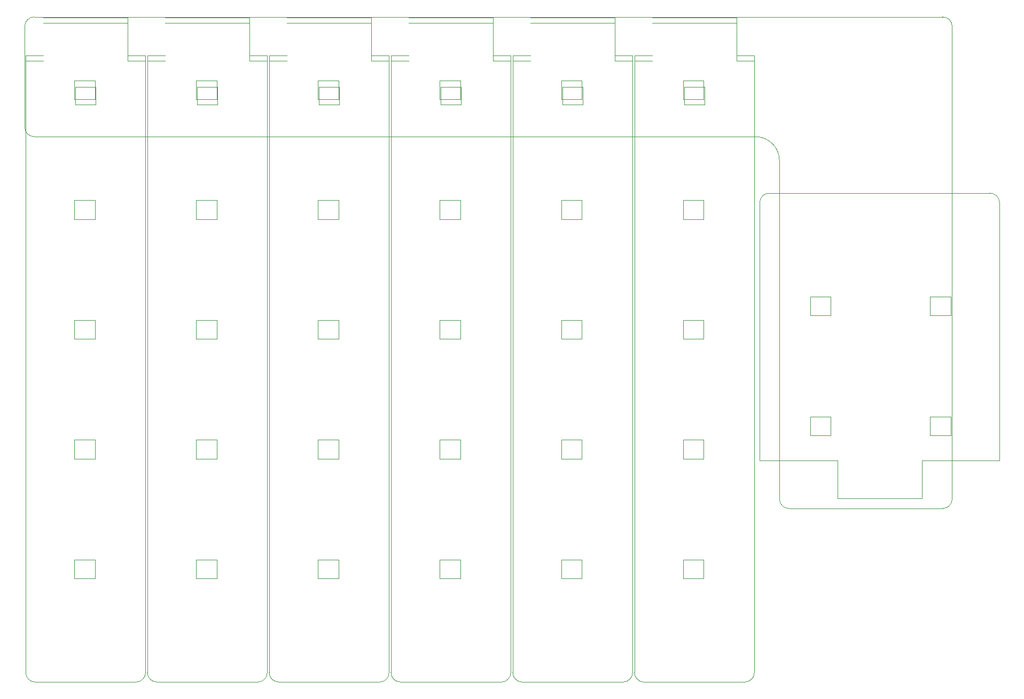
<source format=gm1>
G04 #@! TF.GenerationSoftware,KiCad,Pcbnew,7.0.8*
G04 #@! TF.CreationDate,2023-11-08T21:38:18-08:00*
G04 #@! TF.ProjectId,(OLD) Seismos_CoreStencil,284f4c44-2920-4536-9569-736d6f735f43,rev?*
G04 #@! TF.SameCoordinates,Original*
G04 #@! TF.FileFunction,Profile,NP*
%FSLAX46Y46*%
G04 Gerber Fmt 4.6, Leading zero omitted, Abs format (unit mm)*
G04 Created by KiCad (PCBNEW 7.0.8) date 2023-11-08 21:38:18*
%MOMM*%
%LPD*%
G01*
G04 APERTURE LIST*
G04 #@! TA.AperFunction,Profile*
%ADD10C,0.100000*%
G04 #@! TD*
G04 #@! TA.AperFunction,Profile*
%ADD11C,0.120000*%
G04 #@! TD*
G04 APERTURE END LIST*
D10*
X30150000Y-124039340D02*
X30150000Y-26100000D01*
X66950000Y-125539340D02*
X50950000Y-125539340D01*
X32950000Y-21000000D02*
X46350000Y-21000000D01*
X68450000Y-26100000D02*
X68450000Y-124039340D01*
X87750000Y-27000000D02*
X84950000Y-27000000D01*
X124850000Y-125539340D02*
X108850000Y-125539340D01*
X151134000Y-98000000D02*
X175500000Y-98000000D01*
X46350000Y-26100000D02*
X46350000Y-20100000D01*
X142850000Y-27000000D02*
X142850000Y-21000000D01*
X104250000Y-27000000D02*
X104250000Y-21000000D01*
X175000000Y-90400000D02*
X172200000Y-90400000D01*
X68750000Y-27000000D02*
X71550000Y-27000000D01*
X52250000Y-20100000D02*
X65650000Y-20100000D01*
X126350000Y-26100000D02*
X123550000Y-26100000D01*
X126650000Y-26100000D02*
X129450000Y-26100000D01*
X88050000Y-26100000D02*
X90850000Y-26100000D01*
X49450000Y-26100000D02*
X52250000Y-26100000D01*
X107350000Y-26100000D02*
X110150000Y-26100000D01*
X126350000Y-26100000D02*
X126350000Y-124039340D01*
X49450000Y-124039340D02*
X49450000Y-26100000D01*
X184500040Y-49460660D02*
G75*
G03*
X183000000Y-47960660I-1500040J-40D01*
G01*
X90850000Y-20100000D02*
X104250000Y-20100000D01*
X177000000Y-21500000D02*
G75*
G03*
X175500000Y-20000000I-1500000J0D01*
G01*
X158800000Y-90400000D02*
X158800000Y-96400000D01*
X105550000Y-125539340D02*
X89550000Y-125539340D01*
X148000000Y-47960660D02*
X183000000Y-47960660D01*
X123550000Y-26100000D02*
X123550000Y-20100000D01*
X145650000Y-26100000D02*
X142850000Y-26100000D01*
X149634000Y-42810000D02*
X149634000Y-96500000D01*
X88050000Y-27000000D02*
X90850000Y-27000000D01*
X68750000Y-26100000D02*
X71550000Y-26100000D01*
X110150000Y-21000000D02*
X123550000Y-21000000D01*
X149634000Y-96500000D02*
G75*
G03*
X151134000Y-98000000I1500000J0D01*
G01*
X49150000Y-27000000D02*
X46350000Y-27000000D01*
X86250000Y-125539300D02*
G75*
G03*
X87750000Y-124039340I0J1500000D01*
G01*
X30149960Y-124039340D02*
G75*
G03*
X31650000Y-125539340I1500040J40D01*
G01*
X145650000Y-26100000D02*
X145650000Y-124039340D01*
X65650000Y-26100000D02*
X65650000Y-20100000D01*
X90850000Y-21000000D02*
X104250000Y-21000000D01*
X71550000Y-20100000D02*
X84950000Y-20100000D01*
X156000000Y-90400000D02*
X146500000Y-90400000D01*
X110150000Y-20100000D02*
X123550000Y-20100000D01*
X107349960Y-124039340D02*
G75*
G03*
X108850000Y-125539340I1500040J40D01*
G01*
X129450000Y-20100000D02*
X142850000Y-20100000D01*
X49150000Y-26100000D02*
X49150000Y-124039340D01*
X146500000Y-90400000D02*
X146500000Y-49460660D01*
X145650000Y-27000000D02*
X142850000Y-27000000D01*
X31500000Y-39000000D02*
X145824000Y-39000000D01*
X87750000Y-26100000D02*
X84950000Y-26100000D01*
X126350000Y-27000000D02*
X123550000Y-27000000D01*
X30000000Y-37500000D02*
G75*
G03*
X31500000Y-39000000I1500000J0D01*
G01*
X148000000Y-47960700D02*
G75*
G03*
X146500000Y-49460660I0J-1500000D01*
G01*
X123550000Y-27000000D02*
X123550000Y-21000000D01*
X32950000Y-20100000D02*
X46350000Y-20100000D01*
X107050000Y-26100000D02*
X104250000Y-26100000D01*
X47650000Y-125539340D02*
X31650000Y-125539340D01*
X31500000Y-20000000D02*
G75*
G03*
X30000000Y-21500000I0J-1500000D01*
G01*
X49150000Y-26100000D02*
X46350000Y-26100000D01*
X49450000Y-27000000D02*
X52250000Y-27000000D01*
X65650000Y-27000000D02*
X65650000Y-21000000D01*
X30150000Y-27000000D02*
X32950000Y-27000000D01*
X68749960Y-124039340D02*
G75*
G03*
X70250000Y-125539340I1500040J40D01*
G01*
X68450000Y-27000000D02*
X65650000Y-27000000D01*
X68750000Y-124039340D02*
X68750000Y-26100000D01*
X104250000Y-26100000D02*
X104250000Y-20100000D01*
X126650000Y-124039340D02*
X126650000Y-26100000D01*
X177000000Y-21500000D02*
X177000000Y-96500000D01*
X46350000Y-27000000D02*
X46350000Y-21000000D01*
X142850000Y-26100000D02*
X142850000Y-20100000D01*
X52250000Y-21000000D02*
X65650000Y-21000000D01*
X87750000Y-26100000D02*
X87750000Y-124039340D01*
X156000000Y-90400000D02*
X158800000Y-90400000D01*
X172200000Y-96400000D02*
X172200000Y-90400000D01*
X88049960Y-124039340D02*
G75*
G03*
X89550000Y-125539340I1500040J40D01*
G01*
X84950000Y-27000000D02*
X84950000Y-21000000D01*
X107050000Y-26100000D02*
X107050000Y-124039340D01*
X47650000Y-125539340D02*
G75*
G03*
X49150000Y-124039340I0J1500000D01*
G01*
X175000000Y-90400000D02*
X184500000Y-90400000D01*
X175500000Y-98000000D02*
G75*
G03*
X177000000Y-96500000I0J1500000D01*
G01*
X71550000Y-21000000D02*
X84950000Y-21000000D01*
X184500000Y-49460660D02*
X184500000Y-90400000D01*
X149634000Y-42810000D02*
G75*
G03*
X145824000Y-39000000I-3810000J0D01*
G01*
X49449960Y-124039340D02*
G75*
G03*
X50950000Y-125539340I1500040J40D01*
G01*
X86250000Y-125539340D02*
X70250000Y-125539340D01*
X175500000Y-20000000D02*
X31500000Y-20000000D01*
X107050000Y-27000000D02*
X104250000Y-27000000D01*
X124850000Y-125539300D02*
G75*
G03*
X126350000Y-124039340I0J1500000D01*
G01*
X84950000Y-26100000D02*
X84950000Y-20100000D01*
X66950000Y-125539300D02*
G75*
G03*
X68450000Y-124039340I0J1500000D01*
G01*
X144150000Y-125539300D02*
G75*
G03*
X145650000Y-124039340I0J1500000D01*
G01*
X129450000Y-21000000D02*
X142850000Y-21000000D01*
X30000000Y-21500000D02*
X30000000Y-37500000D01*
X68450000Y-26100000D02*
X65650000Y-26100000D01*
X105550000Y-125539300D02*
G75*
G03*
X107050000Y-124039340I0J1500000D01*
G01*
X126649960Y-124039340D02*
G75*
G03*
X128150000Y-125539340I1500040J40D01*
G01*
X107350000Y-124039340D02*
X107350000Y-26100000D01*
X88050000Y-124039340D02*
X88050000Y-26100000D01*
X172200000Y-96400000D02*
X158800000Y-96400000D01*
X107350000Y-27000000D02*
X110150000Y-27000000D01*
X30150000Y-26100000D02*
X32950000Y-26100000D01*
X144150000Y-125539340D02*
X128150000Y-125539340D01*
X126650000Y-27000000D02*
X129450000Y-27000000D01*
D11*
X37888000Y-30108600D02*
X41128000Y-30108600D01*
X41128000Y-30108600D02*
X41128000Y-33095400D01*
X41128000Y-33095400D02*
X37888000Y-33095400D01*
X37888000Y-33095400D02*
X37888000Y-30108600D01*
X38024400Y-33922400D02*
X41224800Y-33922400D01*
X41224800Y-33922400D02*
X41224800Y-31077600D01*
X41224800Y-31077600D02*
X38024400Y-31077600D01*
X38024400Y-31077600D02*
X38024400Y-33922400D01*
X134388000Y-49108600D02*
X137628000Y-49108600D01*
X137628000Y-49108600D02*
X137628000Y-52095400D01*
X137628000Y-52095400D02*
X134388000Y-52095400D01*
X134388000Y-52095400D02*
X134388000Y-49108600D01*
X134524400Y-33922400D02*
X137724800Y-33922400D01*
X137724800Y-33922400D02*
X137724800Y-31077600D01*
X137724800Y-31077600D02*
X134524400Y-31077600D01*
X134524400Y-31077600D02*
X134524400Y-33922400D01*
X37888000Y-106108600D02*
X41128000Y-106108600D01*
X41128000Y-106108600D02*
X41128000Y-109095400D01*
X41128000Y-109095400D02*
X37888000Y-109095400D01*
X37888000Y-109095400D02*
X37888000Y-106108600D01*
X76488000Y-68108600D02*
X79728000Y-68108600D01*
X79728000Y-68108600D02*
X79728000Y-71095400D01*
X79728000Y-71095400D02*
X76488000Y-71095400D01*
X76488000Y-71095400D02*
X76488000Y-68108600D01*
X115088000Y-68108600D02*
X118328000Y-68108600D01*
X118328000Y-68108600D02*
X118328000Y-71095400D01*
X118328000Y-71095400D02*
X115088000Y-71095400D01*
X115088000Y-71095400D02*
X115088000Y-68108600D01*
X95924400Y-33922400D02*
X99124800Y-33922400D01*
X99124800Y-33922400D02*
X99124800Y-31077600D01*
X99124800Y-31077600D02*
X95924400Y-31077600D01*
X95924400Y-31077600D02*
X95924400Y-33922400D01*
X57188000Y-49108600D02*
X60428000Y-49108600D01*
X60428000Y-49108600D02*
X60428000Y-52095400D01*
X60428000Y-52095400D02*
X57188000Y-52095400D01*
X57188000Y-52095400D02*
X57188000Y-49108600D01*
X76624400Y-33922400D02*
X79824800Y-33922400D01*
X79824800Y-33922400D02*
X79824800Y-31077600D01*
X79824800Y-31077600D02*
X76624400Y-31077600D01*
X76624400Y-31077600D02*
X76624400Y-33922400D01*
X95788000Y-49108600D02*
X99028000Y-49108600D01*
X99028000Y-49108600D02*
X99028000Y-52095400D01*
X99028000Y-52095400D02*
X95788000Y-52095400D01*
X95788000Y-52095400D02*
X95788000Y-49108600D01*
X95788000Y-106108600D02*
X99028000Y-106108600D01*
X99028000Y-106108600D02*
X99028000Y-109095400D01*
X99028000Y-109095400D02*
X95788000Y-109095400D01*
X95788000Y-109095400D02*
X95788000Y-106108600D01*
X76488000Y-30108600D02*
X79728000Y-30108600D01*
X79728000Y-30108600D02*
X79728000Y-33095400D01*
X79728000Y-33095400D02*
X76488000Y-33095400D01*
X76488000Y-33095400D02*
X76488000Y-30108600D01*
X57188000Y-30108600D02*
X60428000Y-30108600D01*
X60428000Y-30108600D02*
X60428000Y-33095400D01*
X60428000Y-33095400D02*
X57188000Y-33095400D01*
X57188000Y-33095400D02*
X57188000Y-30108600D01*
X95788000Y-30108600D02*
X99028000Y-30108600D01*
X99028000Y-30108600D02*
X99028000Y-33095400D01*
X99028000Y-33095400D02*
X95788000Y-33095400D01*
X95788000Y-33095400D02*
X95788000Y-30108600D01*
X115088000Y-106108600D02*
X118328000Y-106108600D01*
X118328000Y-106108600D02*
X118328000Y-109095400D01*
X118328000Y-109095400D02*
X115088000Y-109095400D01*
X115088000Y-109095400D02*
X115088000Y-106108600D01*
X157762000Y-67391400D02*
X154522000Y-67391400D01*
X154522000Y-67391400D02*
X154522000Y-64404600D01*
X154522000Y-64404600D02*
X157762000Y-64404600D01*
X157762000Y-64404600D02*
X157762000Y-67391400D01*
X76488000Y-87108600D02*
X79728000Y-87108600D01*
X79728000Y-87108600D02*
X79728000Y-90095400D01*
X79728000Y-90095400D02*
X76488000Y-90095400D01*
X76488000Y-90095400D02*
X76488000Y-87108600D01*
X115088000Y-30108600D02*
X118328000Y-30108600D01*
X118328000Y-30108600D02*
X118328000Y-33095400D01*
X118328000Y-33095400D02*
X115088000Y-33095400D01*
X115088000Y-33095400D02*
X115088000Y-30108600D01*
X115088000Y-49108600D02*
X118328000Y-49108600D01*
X118328000Y-49108600D02*
X118328000Y-52095400D01*
X118328000Y-52095400D02*
X115088000Y-52095400D01*
X115088000Y-52095400D02*
X115088000Y-49108600D01*
X115088000Y-87108600D02*
X118328000Y-87108600D01*
X118328000Y-87108600D02*
X118328000Y-90095400D01*
X118328000Y-90095400D02*
X115088000Y-90095400D01*
X115088000Y-90095400D02*
X115088000Y-87108600D01*
X57188000Y-87108600D02*
X60428000Y-87108600D01*
X60428000Y-87108600D02*
X60428000Y-90095400D01*
X60428000Y-90095400D02*
X57188000Y-90095400D01*
X57188000Y-90095400D02*
X57188000Y-87108600D01*
X157762000Y-86391400D02*
X154522000Y-86391400D01*
X154522000Y-86391400D02*
X154522000Y-83404600D01*
X154522000Y-83404600D02*
X157762000Y-83404600D01*
X157762000Y-83404600D02*
X157762000Y-86391400D01*
X95788000Y-68108600D02*
X99028000Y-68108600D01*
X99028000Y-68108600D02*
X99028000Y-71095400D01*
X99028000Y-71095400D02*
X95788000Y-71095400D01*
X95788000Y-71095400D02*
X95788000Y-68108600D01*
X37888000Y-87108600D02*
X41128000Y-87108600D01*
X41128000Y-87108600D02*
X41128000Y-90095400D01*
X41128000Y-90095400D02*
X37888000Y-90095400D01*
X37888000Y-90095400D02*
X37888000Y-87108600D01*
X115224400Y-33922400D02*
X118424800Y-33922400D01*
X118424800Y-33922400D02*
X118424800Y-31077600D01*
X118424800Y-31077600D02*
X115224400Y-31077600D01*
X115224400Y-31077600D02*
X115224400Y-33922400D01*
X95788000Y-87108600D02*
X99028000Y-87108600D01*
X99028000Y-87108600D02*
X99028000Y-90095400D01*
X99028000Y-90095400D02*
X95788000Y-90095400D01*
X95788000Y-90095400D02*
X95788000Y-87108600D01*
X134388000Y-68108600D02*
X137628000Y-68108600D01*
X137628000Y-68108600D02*
X137628000Y-71095400D01*
X137628000Y-71095400D02*
X134388000Y-71095400D01*
X134388000Y-71095400D02*
X134388000Y-68108600D01*
X37888000Y-68108600D02*
X41128000Y-68108600D01*
X41128000Y-68108600D02*
X41128000Y-71095400D01*
X41128000Y-71095400D02*
X37888000Y-71095400D01*
X37888000Y-71095400D02*
X37888000Y-68108600D01*
X37888000Y-49108600D02*
X41128000Y-49108600D01*
X41128000Y-49108600D02*
X41128000Y-52095400D01*
X41128000Y-52095400D02*
X37888000Y-52095400D01*
X37888000Y-52095400D02*
X37888000Y-49108600D01*
X57188000Y-68108600D02*
X60428000Y-68108600D01*
X60428000Y-68108600D02*
X60428000Y-71095400D01*
X60428000Y-71095400D02*
X57188000Y-71095400D01*
X57188000Y-71095400D02*
X57188000Y-68108600D01*
X76488000Y-106108600D02*
X79728000Y-106108600D01*
X79728000Y-106108600D02*
X79728000Y-109095400D01*
X79728000Y-109095400D02*
X76488000Y-109095400D01*
X76488000Y-109095400D02*
X76488000Y-106108600D01*
X57324400Y-33922400D02*
X60524800Y-33922400D01*
X60524800Y-33922400D02*
X60524800Y-31077600D01*
X60524800Y-31077600D02*
X57324400Y-31077600D01*
X57324400Y-31077600D02*
X57324400Y-33922400D01*
X134388000Y-30108600D02*
X137628000Y-30108600D01*
X137628000Y-30108600D02*
X137628000Y-33095400D01*
X137628000Y-33095400D02*
X134388000Y-33095400D01*
X134388000Y-33095400D02*
X134388000Y-30108600D01*
X76488000Y-49108600D02*
X79728000Y-49108600D01*
X79728000Y-49108600D02*
X79728000Y-52095400D01*
X79728000Y-52095400D02*
X76488000Y-52095400D01*
X76488000Y-52095400D02*
X76488000Y-49108600D01*
X57188000Y-106108600D02*
X60428000Y-106108600D01*
X60428000Y-106108600D02*
X60428000Y-109095400D01*
X60428000Y-109095400D02*
X57188000Y-109095400D01*
X57188000Y-109095400D02*
X57188000Y-106108600D01*
X134388000Y-87108600D02*
X137628000Y-87108600D01*
X137628000Y-87108600D02*
X137628000Y-90095400D01*
X137628000Y-90095400D02*
X134388000Y-90095400D01*
X134388000Y-90095400D02*
X134388000Y-87108600D01*
X134388000Y-106108600D02*
X137628000Y-106108600D01*
X137628000Y-106108600D02*
X137628000Y-109095400D01*
X137628000Y-109095400D02*
X134388000Y-109095400D01*
X134388000Y-109095400D02*
X134388000Y-106108600D01*
X176762000Y-67391400D02*
X173522000Y-67391400D01*
X173522000Y-67391400D02*
X173522000Y-64404600D01*
X173522000Y-64404600D02*
X176762000Y-64404600D01*
X176762000Y-64404600D02*
X176762000Y-67391400D01*
X176762000Y-86391400D02*
X173522000Y-86391400D01*
X173522000Y-86391400D02*
X173522000Y-83404600D01*
X173522000Y-83404600D02*
X176762000Y-83404600D01*
X176762000Y-83404600D02*
X176762000Y-86391400D01*
M02*

</source>
